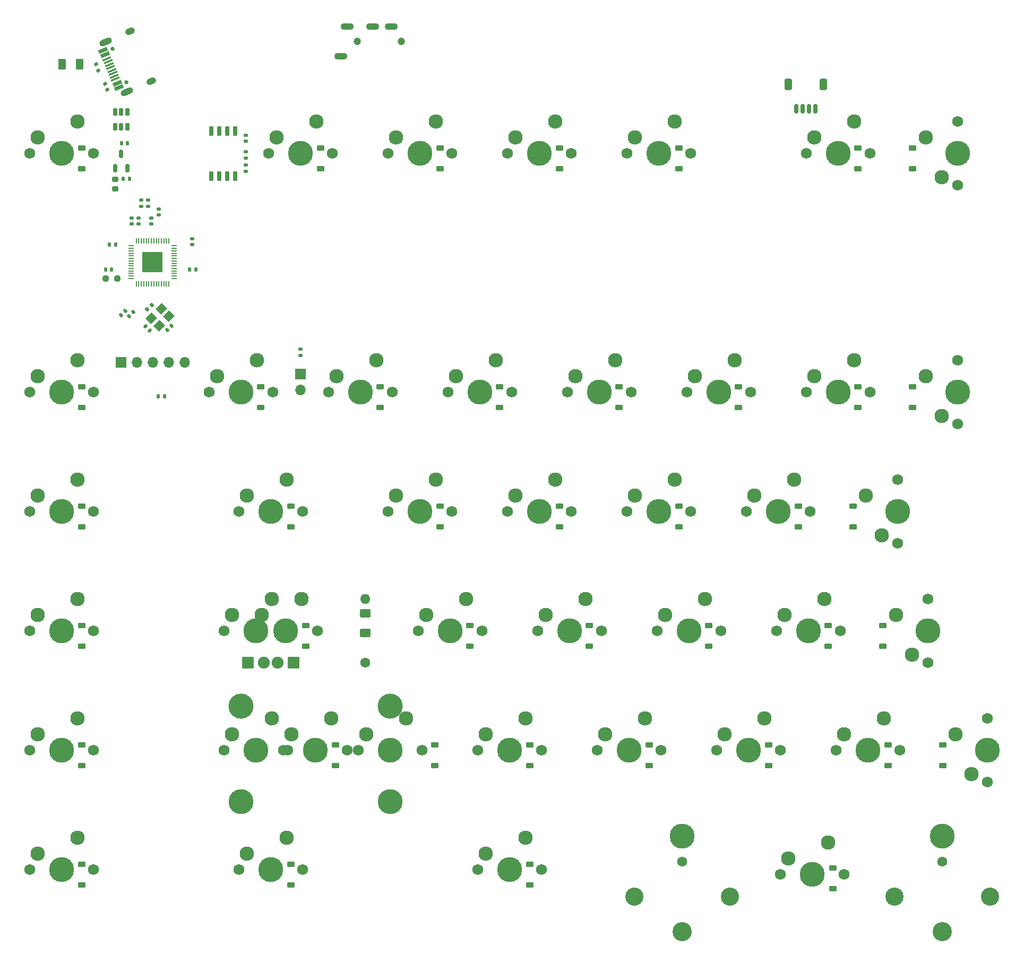
<source format=gbr>
%TF.GenerationSoftware,KiCad,Pcbnew,8.0.2*%
%TF.CreationDate,2024-11-08T18:32:23-08:00*%
%TF.ProjectId,gh80-5000-left,67683830-2d35-4303-9030-2d6c6566742e,rev?*%
%TF.SameCoordinates,Original*%
%TF.FileFunction,Soldermask,Bot*%
%TF.FilePolarity,Negative*%
%FSLAX46Y46*%
G04 Gerber Fmt 4.6, Leading zero omitted, Abs format (unit mm)*
G04 Created by KiCad (PCBNEW 8.0.2) date 2024-11-08 18:32:23*
%MOMM*%
%LPD*%
G01*
G04 APERTURE LIST*
G04 Aperture macros list*
%AMRoundRect*
0 Rectangle with rounded corners*
0 $1 Rounding radius*
0 $2 $3 $4 $5 $6 $7 $8 $9 X,Y pos of 4 corners*
0 Add a 4 corners polygon primitive as box body*
4,1,4,$2,$3,$4,$5,$6,$7,$8,$9,$2,$3,0*
0 Add four circle primitives for the rounded corners*
1,1,$1+$1,$2,$3*
1,1,$1+$1,$4,$5*
1,1,$1+$1,$6,$7*
1,1,$1+$1,$8,$9*
0 Add four rect primitives between the rounded corners*
20,1,$1+$1,$2,$3,$4,$5,0*
20,1,$1+$1,$4,$5,$6,$7,0*
20,1,$1+$1,$6,$7,$8,$9,0*
20,1,$1+$1,$8,$9,$2,$3,0*%
%AMHorizOval*
0 Thick line with rounded ends*
0 $1 width*
0 $2 $3 position (X,Y) of the first rounded end (center of the circle)*
0 $4 $5 position (X,Y) of the second rounded end (center of the circle)*
0 Add line between two ends*
20,1,$1,$2,$3,$4,$5,0*
0 Add two circle primitives to create the rounded ends*
1,1,$1,$2,$3*
1,1,$1,$4,$5*%
%AMRotRect*
0 Rectangle, with rotation*
0 The origin of the aperture is its center*
0 $1 length*
0 $2 width*
0 $3 Rotation angle, in degrees counterclockwise*
0 Add horizontal line*
21,1,$1,$2,0,0,$3*%
G04 Aperture macros list end*
%ADD10C,2.900000*%
%ADD11C,1.600000*%
%ADD12C,3.048000*%
%ADD13C,3.987800*%
%ADD14C,1.750000*%
%ADD15C,2.300000*%
%ADD16RoundRect,0.285750X0.666750X0.666750X-0.666750X0.666750X-0.666750X-0.666750X0.666750X-0.666750X0*%
%ADD17C,1.905000*%
%ADD18RoundRect,0.285750X-0.666750X-0.666750X0.666750X-0.666750X0.666750X0.666750X-0.666750X0.666750X0*%
%ADD19C,4.000000*%
%ADD20C,0.650000*%
%ADD21RotRect,0.600000X1.450000X293.000000*%
%ADD22RotRect,0.300000X1.450000X293.000000*%
%ADD23HorizOval,1.000000X-0.506278X-0.214902X0.506278X0.214902X0*%
%ADD24HorizOval,1.000000X-0.276151X-0.117219X0.276151X0.117219X0*%
%ADD25RoundRect,0.150000X-0.150000X-0.625000X0.150000X-0.625000X0.150000X0.625000X-0.150000X0.625000X0*%
%ADD26RoundRect,0.250000X-0.350000X-0.650000X0.350000X-0.650000X0.350000X0.650000X-0.350000X0.650000X0*%
%ADD27RoundRect,0.225000X0.375000X-0.225000X0.375000X0.225000X-0.375000X0.225000X-0.375000X-0.225000X0*%
%ADD28RoundRect,0.140000X0.170000X-0.140000X0.170000X0.140000X-0.170000X0.140000X-0.170000X-0.140000X0*%
%ADD29RoundRect,0.135000X0.223042X-0.051983X0.117545X0.196553X-0.223042X0.051983X-0.117545X-0.196553X0*%
%ADD30RoundRect,0.050000X0.387500X0.050000X-0.387500X0.050000X-0.387500X-0.050000X0.387500X-0.050000X0*%
%ADD31RoundRect,0.050000X0.050000X0.387500X-0.050000X0.387500X-0.050000X-0.387500X0.050000X-0.387500X0*%
%ADD32R,3.200000X3.200000*%
%ADD33RoundRect,0.140000X0.219203X0.021213X0.021213X0.219203X-0.219203X-0.021213X-0.021213X-0.219203X0*%
%ADD34O,1.600000X1.600000*%
%ADD35R,1.700000X1.700000*%
%ADD36O,1.700000X1.700000*%
%ADD37RoundRect,0.150000X0.150000X-0.650000X0.150000X0.650000X-0.150000X0.650000X-0.150000X-0.650000X0*%
%ADD38RoundRect,0.135000X0.185000X-0.135000X0.185000X0.135000X-0.185000X0.135000X-0.185000X-0.135000X0*%
%ADD39RoundRect,0.140000X0.021213X-0.219203X0.219203X-0.021213X-0.021213X0.219203X-0.219203X0.021213X0*%
%ADD40RoundRect,0.140000X-0.021213X0.219203X-0.219203X0.021213X0.021213X-0.219203X0.219203X-0.021213X0*%
%ADD41RoundRect,0.250000X0.625000X-0.400000X0.625000X0.400000X-0.625000X0.400000X-0.625000X-0.400000X0*%
%ADD42RoundRect,0.135000X-0.185000X0.135000X-0.185000X-0.135000X0.185000X-0.135000X0.185000X0.135000X0*%
%ADD43RoundRect,0.140000X-0.140000X-0.170000X0.140000X-0.170000X0.140000X0.170000X-0.140000X0.170000X0*%
%ADD44RoundRect,0.150000X-0.150000X0.475000X-0.150000X-0.475000X0.150000X-0.475000X0.150000X0.475000X0*%
%ADD45RoundRect,0.225000X-0.250000X0.225000X-0.250000X-0.225000X0.250000X-0.225000X0.250000X0.225000X0*%
%ADD46RoundRect,0.237500X0.250000X0.237500X-0.250000X0.237500X-0.250000X-0.237500X0.250000X-0.237500X0*%
%ADD47RoundRect,0.140000X0.140000X0.170000X-0.140000X0.170000X-0.140000X-0.170000X0.140000X-0.170000X0*%
%ADD48RoundRect,0.150000X0.150000X-0.512500X0.150000X0.512500X-0.150000X0.512500X-0.150000X-0.512500X0*%
%ADD49RoundRect,0.135000X-0.223042X0.051983X-0.117545X-0.196553X0.223042X-0.051983X0.117545X0.196553X0*%
%ADD50C,1.200000*%
%ADD51O,2.100000X1.100000*%
%ADD52RotRect,1.400000X1.200000X45.000000*%
%ADD53RoundRect,0.135000X-0.135000X-0.185000X0.135000X-0.185000X0.135000X0.185000X-0.135000X0.185000X0*%
%ADD54RoundRect,0.250000X0.375000X0.625000X-0.375000X0.625000X-0.375000X-0.625000X0.375000X-0.625000X0*%
%ADD55RoundRect,0.135000X0.035355X-0.226274X0.226274X-0.035355X-0.035355X0.226274X-0.226274X0.035355X0*%
G04 APERTURE END LIST*
D10*
%TO.C,S3*%
X179463750Y-191625000D03*
D11*
X187063750Y-186050000D03*
X187063750Y-197200000D03*
D10*
X194663750Y-191625000D03*
X220963750Y-191625000D03*
D11*
X228563750Y-186050000D03*
X228563750Y-197200000D03*
D10*
X236163750Y-191625000D03*
%TD*%
D12*
%TO.C,S2*%
X228563750Y-197210000D03*
D13*
X228563750Y-181970000D03*
D12*
X187063750Y-197210000D03*
D13*
X187063750Y-181970000D03*
%TD*%
D14*
%TO.C,MX40*%
X230981250Y-116205000D03*
D13*
X230981250Y-111125000D03*
D14*
X230981250Y-106045000D03*
D15*
X228441250Y-114935000D03*
X225901250Y-108585000D03*
%TD*%
D14*
%TO.C,MX36*%
X206851250Y-111125000D03*
D13*
X211931250Y-111125000D03*
D14*
X217011250Y-111125000D03*
D15*
X208121250Y-108585000D03*
X214471250Y-106045000D03*
%TD*%
D14*
%TO.C,MX19*%
X135413750Y-168275000D03*
D13*
X140493750Y-168275000D03*
D14*
X145573750Y-168275000D03*
D15*
X136683750Y-165735000D03*
X143033750Y-163195000D03*
%TD*%
D16*
%TO.C,LED2*%
X117792500Y-154304750D03*
D17*
X120332500Y-154304750D03*
%TD*%
D14*
%TO.C,MX24*%
X154463750Y-168275000D03*
D13*
X159543750Y-168275000D03*
D14*
X164623750Y-168275000D03*
D15*
X155733750Y-165735000D03*
X162083750Y-163195000D03*
%TD*%
D14*
%TO.C,MX4*%
X83026250Y-149225000D03*
D13*
X88106250Y-149225000D03*
D14*
X93186250Y-149225000D03*
D15*
X84296250Y-146685000D03*
X90646250Y-144145000D03*
%TD*%
D14*
%TO.C,MX15*%
X140176250Y-73025000D03*
D13*
X145256250Y-73025000D03*
D14*
X150336250Y-73025000D03*
D15*
X141446250Y-70485000D03*
X147796250Y-67945000D03*
%TD*%
D18*
%TO.C,LED1*%
X125095000Y-154304750D03*
D17*
X122555000Y-154304750D03*
%TD*%
D14*
%TO.C,MX20*%
X159226250Y-73025000D03*
D13*
X164306250Y-73025000D03*
D14*
X169386250Y-73025000D03*
D15*
X160496250Y-70485000D03*
X166846250Y-67945000D03*
%TD*%
D14*
%TO.C,MX12*%
X116363750Y-187325000D03*
D13*
X121443750Y-187325000D03*
D14*
X126523750Y-187325000D03*
D15*
X117633750Y-184785000D03*
X123983750Y-182245000D03*
%TD*%
D14*
%TO.C,MX42*%
X226218750Y-154305000D03*
D13*
X226218750Y-149225000D03*
D14*
X226218750Y-144145000D03*
D15*
X223678750Y-153035000D03*
X221138750Y-146685000D03*
%TD*%
D14*
%TO.C,MX29*%
X183038750Y-149225000D03*
D13*
X188118750Y-149225000D03*
D14*
X193198750Y-149225000D03*
D15*
X184308750Y-146685000D03*
X190658750Y-144145000D03*
%TD*%
D14*
%TO.C,MX35*%
X206851250Y-73025000D03*
D13*
X211931250Y-73025000D03*
D14*
X217011250Y-73025000D03*
D15*
X208121250Y-70485000D03*
X214471250Y-67945000D03*
%TD*%
D14*
%TO.C,MX22*%
X159226250Y-130175000D03*
D13*
X164306250Y-130175000D03*
D14*
X169386250Y-130175000D03*
D15*
X160496250Y-127635000D03*
X166846250Y-125095000D03*
%TD*%
D14*
%TO.C,MX1*%
X83026250Y-73025000D03*
D13*
X88106250Y-73025000D03*
D14*
X93186250Y-73025000D03*
D15*
X84296250Y-70485000D03*
X90646250Y-67945000D03*
%TD*%
D14*
%TO.C,MX5*%
X83026250Y-168275000D03*
D13*
X88106250Y-168275000D03*
D14*
X93186250Y-168275000D03*
D15*
X84296250Y-165735000D03*
X90646250Y-163195000D03*
%TD*%
D14*
%TO.C,MX9*%
X116363750Y-130175000D03*
D13*
X121443750Y-130175000D03*
D14*
X126523750Y-130175000D03*
D15*
X117633750Y-127635000D03*
X123983750Y-125095000D03*
%TD*%
D14*
%TO.C,MX10*%
X113982500Y-149225000D03*
D13*
X119062500Y-149225000D03*
D14*
X124142500Y-149225000D03*
D15*
X115252500Y-146685000D03*
X121602500Y-144145000D03*
%TD*%
D14*
%TO.C,MX38*%
X202733750Y-188125000D03*
D13*
X207813750Y-188125000D03*
D14*
X212893750Y-188125000D03*
D15*
X204003750Y-185585000D03*
X210353750Y-183045000D03*
%TD*%
D14*
%TO.C,MX27*%
X168751250Y-111125000D03*
D13*
X173831250Y-111125000D03*
D14*
X178911250Y-111125000D03*
D15*
X170021250Y-108585000D03*
X176371250Y-106045000D03*
%TD*%
D14*
%TO.C,MX18*%
X144938750Y-149225000D03*
D13*
X150018750Y-149225000D03*
D14*
X155098750Y-149225000D03*
D15*
X146208750Y-146685000D03*
X152558750Y-144145000D03*
%TD*%
D14*
%TO.C,MX3*%
X83026250Y-130175000D03*
D13*
X88106250Y-130175000D03*
D14*
X93186250Y-130175000D03*
D15*
X84296250Y-127635000D03*
X90646250Y-125095000D03*
%TD*%
D14*
%TO.C,MX25*%
X154463750Y-187325000D03*
D13*
X159543750Y-187325000D03*
D14*
X164623750Y-187325000D03*
D15*
X155733750Y-184785000D03*
X162083750Y-182245000D03*
%TD*%
D14*
%TO.C,MX2*%
X83026250Y-111125000D03*
D13*
X88106250Y-111125000D03*
D14*
X93186250Y-111125000D03*
D15*
X84296250Y-108585000D03*
X90646250Y-106045000D03*
%TD*%
D14*
%TO.C,MX28*%
X178276250Y-130175000D03*
D13*
X183356250Y-130175000D03*
D14*
X188436250Y-130175000D03*
D15*
X179546250Y-127635000D03*
X185896250Y-125095000D03*
%TD*%
D19*
%TO.C,S1*%
X116681250Y-161290000D03*
D13*
X116681250Y-176530000D03*
D19*
X140493750Y-161290000D03*
D13*
X140493750Y-176530000D03*
%TD*%
D14*
%TO.C,MX41*%
X221456250Y-135255000D03*
D13*
X221456250Y-130175000D03*
D14*
X221456250Y-125095000D03*
D15*
X218916250Y-133985000D03*
X216376250Y-127635000D03*
%TD*%
D14*
%TO.C,MX7*%
X121126250Y-73025000D03*
D13*
X126206250Y-73025000D03*
D14*
X131286250Y-73025000D03*
D15*
X122396250Y-70485000D03*
X128746250Y-67945000D03*
%TD*%
D14*
%TO.C,MX13*%
X118745000Y-149225000D03*
D13*
X123825000Y-149225000D03*
D14*
X128905000Y-149225000D03*
D15*
X120015000Y-146685000D03*
X126365000Y-144145000D03*
%TD*%
D14*
%TO.C,MX33*%
X202088750Y-149225000D03*
D13*
X207168750Y-149225000D03*
D14*
X212248750Y-149225000D03*
D15*
X203358750Y-146685000D03*
X209708750Y-144145000D03*
%TD*%
D14*
%TO.C,MX32*%
X197326250Y-130175000D03*
D13*
X202406250Y-130175000D03*
D14*
X207486250Y-130175000D03*
D15*
X198596250Y-127635000D03*
X204946250Y-125095000D03*
%TD*%
D14*
%TO.C,MX16*%
X130651250Y-111125000D03*
D13*
X135731250Y-111125000D03*
D14*
X140811250Y-111125000D03*
D15*
X131921250Y-108585000D03*
X138271250Y-106045000D03*
%TD*%
D14*
%TO.C,MX6*%
X83026250Y-187325000D03*
D13*
X88106250Y-187325000D03*
D14*
X93186250Y-187325000D03*
D15*
X84296250Y-184785000D03*
X90646250Y-182245000D03*
%TD*%
D14*
%TO.C,MX43*%
X235743750Y-173355000D03*
D13*
X235743750Y-168275000D03*
D14*
X235743750Y-163195000D03*
D15*
X233203750Y-172085000D03*
X230663750Y-165735000D03*
%TD*%
D14*
%TO.C,MX34*%
X192563750Y-168275000D03*
D13*
X197643750Y-168275000D03*
D14*
X202723750Y-168275000D03*
D15*
X193833750Y-165735000D03*
X200183750Y-163195000D03*
%TD*%
D14*
%TO.C,MX11*%
X113982500Y-168275000D03*
D13*
X119062500Y-168275000D03*
D14*
X124142500Y-168275000D03*
D15*
X115252500Y-165735000D03*
X121602500Y-163195000D03*
%TD*%
D14*
%TO.C,MX14*%
X123507500Y-168275000D03*
D13*
X128587500Y-168275000D03*
D14*
X133667500Y-168275000D03*
D15*
X124777500Y-165735000D03*
X131127500Y-163195000D03*
%TD*%
D14*
%TO.C,MX39*%
X230981250Y-78105000D03*
D13*
X230981250Y-73025000D03*
D14*
X230981250Y-67945000D03*
D15*
X228441250Y-76835000D03*
X225901250Y-70485000D03*
%TD*%
D14*
%TO.C,MX37*%
X211613750Y-168275000D03*
D13*
X216693750Y-168275000D03*
D14*
X221773750Y-168275000D03*
D15*
X212883750Y-165735000D03*
X219233750Y-163195000D03*
%TD*%
D14*
%TO.C,MX17*%
X140176250Y-130175000D03*
D13*
X145256250Y-130175000D03*
D14*
X150336250Y-130175000D03*
D15*
X141446250Y-127635000D03*
X147796250Y-125095000D03*
%TD*%
D14*
%TO.C,MX31*%
X187801250Y-111125000D03*
D13*
X192881250Y-111125000D03*
D14*
X197961250Y-111125000D03*
D15*
X189071250Y-108585000D03*
X195421250Y-106045000D03*
%TD*%
D14*
%TO.C,MX30*%
X173513750Y-168275000D03*
D13*
X178593750Y-168275000D03*
D14*
X183673750Y-168275000D03*
D15*
X174783750Y-165735000D03*
X181133750Y-163195000D03*
%TD*%
D14*
%TO.C,MX23*%
X163988750Y-149225000D03*
D13*
X169068750Y-149225000D03*
D14*
X174148750Y-149225000D03*
D15*
X165258750Y-146685000D03*
X171608750Y-144145000D03*
%TD*%
D14*
%TO.C,MX8*%
X111601250Y-111125000D03*
D13*
X116681250Y-111125000D03*
D14*
X121761250Y-111125000D03*
D15*
X112871250Y-108585000D03*
X119221250Y-106045000D03*
%TD*%
D14*
%TO.C,MX26*%
X178276250Y-73025000D03*
D13*
X183356250Y-73025000D03*
D14*
X188436250Y-73025000D03*
D15*
X179546250Y-70485000D03*
X185896250Y-67945000D03*
%TD*%
D14*
%TO.C,MX21*%
X149701250Y-111125000D03*
D13*
X154781250Y-111125000D03*
D14*
X159861250Y-111125000D03*
D15*
X150971250Y-108585000D03*
X157321250Y-106045000D03*
%TD*%
D20*
%TO.C,J2*%
X96192957Y-56336833D03*
X98451383Y-61657351D03*
D21*
X94722165Y-56570058D03*
X95034750Y-57306462D03*
D22*
X95503627Y-58411067D03*
X95894358Y-59331572D03*
X96089724Y-59791825D03*
X96480455Y-60712329D03*
D21*
X96949332Y-61816935D03*
X97261917Y-62553339D03*
X97261917Y-62553339D03*
X96949332Y-61816935D03*
D22*
X96675820Y-61172582D03*
X96285089Y-60252077D03*
X95698993Y-58871320D03*
X95308261Y-57950815D03*
D21*
X95034750Y-57306462D03*
X94722165Y-56570058D03*
D23*
X95146344Y-55227598D03*
D24*
X98994055Y-53594342D03*
X102369972Y-61547504D03*
D23*
X98522261Y-63180760D03*
%TD*%
D25*
%TO.C,J4*%
X205300000Y-65875000D03*
X206300000Y-65875000D03*
X207300000Y-65875000D03*
X208300000Y-65875000D03*
D26*
X204000000Y-62000000D03*
X209600000Y-62000000D03*
%TD*%
D27*
%TO.C,D12*%
X124618750Y-189768750D03*
X124618750Y-186468750D03*
%TD*%
D28*
%TO.C,C12*%
X102400000Y-84280000D03*
X102400000Y-83320000D03*
%TD*%
D29*
%TO.C,R9*%
X95399273Y-62869457D03*
X95000727Y-61930543D03*
%TD*%
D30*
%TO.C,U1*%
X106037500Y-87800000D03*
X106037500Y-88200000D03*
X106037500Y-88600000D03*
X106037500Y-89000000D03*
X106037500Y-89400000D03*
X106037500Y-89800000D03*
X106037500Y-90200000D03*
X106037500Y-90600000D03*
X106037500Y-91000000D03*
X106037500Y-91400000D03*
X106037500Y-91800000D03*
X106037500Y-92200000D03*
X106037500Y-92600000D03*
X106037500Y-93000000D03*
D31*
X105200000Y-93837500D03*
X104800000Y-93837500D03*
X104400000Y-93837500D03*
X104000000Y-93837500D03*
X103600000Y-93837500D03*
X103200000Y-93837500D03*
X102800000Y-93837500D03*
X102400000Y-93837500D03*
X102000000Y-93837500D03*
X101600000Y-93837500D03*
X101200000Y-93837500D03*
X100800000Y-93837500D03*
X100400000Y-93837500D03*
X100000000Y-93837500D03*
D30*
X99162500Y-93000000D03*
X99162500Y-92600000D03*
X99162500Y-92200000D03*
X99162500Y-91800000D03*
X99162500Y-91400000D03*
X99162500Y-91000000D03*
X99162500Y-90600000D03*
X99162500Y-90200000D03*
X99162500Y-89800000D03*
X99162500Y-89400000D03*
X99162500Y-89000000D03*
X99162500Y-88600000D03*
X99162500Y-88200000D03*
X99162500Y-87800000D03*
D31*
X100000000Y-86962500D03*
X100400000Y-86962500D03*
X100800000Y-86962500D03*
X101200000Y-86962500D03*
X101600000Y-86962500D03*
X102000000Y-86962500D03*
X102400000Y-86962500D03*
X102800000Y-86962500D03*
X103200000Y-86962500D03*
X103600000Y-86962500D03*
X104000000Y-86962500D03*
X104400000Y-86962500D03*
X104800000Y-86962500D03*
X105200000Y-86962500D03*
D32*
X102600000Y-90400000D03*
%TD*%
D33*
%TO.C,C15*%
X102139411Y-101339411D03*
X101460589Y-100660589D03*
%TD*%
D11*
%TO.C,R11*%
X136525000Y-154305000D03*
D34*
X136525000Y-144145000D03*
%TD*%
D27*
%TO.C,D19*%
X157956250Y-113568750D03*
X157956250Y-110268750D03*
%TD*%
%TO.C,D8*%
X119856250Y-113568750D03*
X119856250Y-110268750D03*
%TD*%
%TO.C,D17*%
X147637500Y-170718750D03*
X147637500Y-167418750D03*
%TD*%
D35*
%TO.C,J1*%
X97525000Y-106400000D03*
D36*
X100065000Y-106400000D03*
X102605000Y-106400000D03*
X105145000Y-106400000D03*
X107685000Y-106400000D03*
%TD*%
D27*
%TO.C,D25*%
X177006250Y-113568750D03*
X177006250Y-110268750D03*
%TD*%
%TO.C,D37*%
X223837500Y-75468750D03*
X223837500Y-72168750D03*
%TD*%
%TO.C,D29*%
X196056250Y-113568750D03*
X196056250Y-110268750D03*
%TD*%
%TO.C,D16*%
X153193750Y-151668750D03*
X153193750Y-148368750D03*
%TD*%
D37*
%TO.C,U2*%
X115805000Y-76700000D03*
X114535000Y-76700000D03*
X113265000Y-76700000D03*
X111995000Y-76700000D03*
X111995000Y-69500000D03*
X113265000Y-69500000D03*
X114535000Y-69500000D03*
X115805000Y-69500000D03*
%TD*%
D38*
%TO.C,R6*%
X117475000Y-75916250D03*
X117475000Y-74896250D03*
%TD*%
D39*
%TO.C,C14*%
X104960589Y-101239411D03*
X105639411Y-100560589D03*
%TD*%
D27*
%TO.C,D26*%
X186531250Y-132618750D03*
X186531250Y-129318750D03*
%TD*%
%TO.C,D23*%
X162718750Y-189768750D03*
X162718750Y-186468750D03*
%TD*%
D28*
%TO.C,C8*%
X117500000Y-71080000D03*
X117500000Y-70120000D03*
%TD*%
D27*
%TO.C,D24*%
X186531250Y-75468750D03*
X186531250Y-72168750D03*
%TD*%
%TO.C,D35*%
X219868750Y-170718750D03*
X219868750Y-167418750D03*
%TD*%
D40*
%TO.C,C10*%
X99539411Y-98360589D03*
X98860589Y-99039411D03*
%TD*%
D27*
%TO.C,D41*%
X228600000Y-170718750D03*
X228600000Y-167418750D03*
%TD*%
%TO.C,D20*%
X167481250Y-132618750D03*
X167481250Y-129318750D03*
%TD*%
%TO.C,D27*%
X191293750Y-151668750D03*
X191293750Y-148368750D03*
%TD*%
D28*
%TO.C,C5*%
X99300000Y-84280000D03*
X99300000Y-83320000D03*
%TD*%
D38*
%TO.C,R4*%
X126206250Y-105285000D03*
X126206250Y-104265000D03*
%TD*%
D41*
%TO.C,R12*%
X136525000Y-149550000D03*
X136525000Y-146450000D03*
%TD*%
D38*
%TO.C,R3*%
X100800000Y-81510000D03*
X100800000Y-80490000D03*
%TD*%
D40*
%TO.C,C3*%
X98239411Y-98160589D03*
X97560589Y-98839411D03*
%TD*%
D27*
%TO.C,D9*%
X124618750Y-132618750D03*
X124618750Y-129318750D03*
%TD*%
%TO.C,D1*%
X91281250Y-75468750D03*
X91281250Y-72168750D03*
%TD*%
%TO.C,D21*%
X172243750Y-151668750D03*
X172243750Y-148368750D03*
%TD*%
D42*
%TO.C,R2*%
X101900000Y-80490000D03*
X101900000Y-81510000D03*
%TD*%
D27*
%TO.C,D15*%
X148431250Y-132618750D03*
X148431250Y-129318750D03*
%TD*%
D43*
%TO.C,C13*%
X108520000Y-91610000D03*
X109480000Y-91610000D03*
%TD*%
D27*
%TO.C,D33*%
X215106250Y-75468750D03*
X215106250Y-72168750D03*
%TD*%
%TO.C,D31*%
X210343750Y-151668750D03*
X210343750Y-148368750D03*
%TD*%
%TO.C,D11*%
X131762500Y-170718750D03*
X131762500Y-167418750D03*
%TD*%
D28*
%TO.C,C1*%
X100400000Y-84280000D03*
X100400000Y-83320000D03*
%TD*%
D44*
%TO.C,U4*%
X96650000Y-66425000D03*
X97600000Y-66425000D03*
X98550000Y-66425000D03*
X98550000Y-68775000D03*
X97600000Y-68775000D03*
X96650000Y-68775000D03*
%TD*%
D27*
%TO.C,D7*%
X129381250Y-75468750D03*
X129381250Y-72168750D03*
%TD*%
D45*
%TO.C,C4*%
X96650000Y-77175000D03*
X96650000Y-78725000D03*
%TD*%
D27*
%TO.C,D30*%
X205581250Y-132618750D03*
X205581250Y-129318750D03*
%TD*%
%TO.C,D39*%
X214312500Y-132618750D03*
X214312500Y-129318750D03*
%TD*%
D46*
%TO.C,R8*%
X96956250Y-93000000D03*
X95131250Y-93000000D03*
%TD*%
D47*
%TO.C,C7*%
X96080000Y-91610000D03*
X95120000Y-91610000D03*
%TD*%
D28*
%TO.C,C16*%
X108874174Y-87605793D03*
X108874174Y-86645793D03*
%TD*%
D48*
%TO.C,U3*%
X98550000Y-75387500D03*
X96650000Y-75387500D03*
X97600000Y-73112500D03*
%TD*%
D49*
%TO.C,R10*%
X93563377Y-58843566D03*
X93961923Y-59782480D03*
%TD*%
D50*
%TO.C,J3*%
X142256650Y-55155000D03*
X135256750Y-55155000D03*
D51*
X137656750Y-52755000D03*
X140656750Y-52755000D03*
X132656750Y-57555000D03*
X133656750Y-52755000D03*
%TD*%
D27*
%TO.C,D14*%
X138906250Y-113568750D03*
X138906250Y-110268750D03*
%TD*%
%TO.C,D34*%
X215106250Y-113568750D03*
X215106250Y-110268750D03*
%TD*%
D52*
%TO.C,Y1*%
X102421142Y-99376777D03*
X103976777Y-97821142D03*
X105178858Y-99023223D03*
X103623223Y-100578858D03*
%TD*%
D27*
%TO.C,D10*%
X127000000Y-151668750D03*
X127000000Y-148368750D03*
%TD*%
%TO.C,D36*%
X211137500Y-190362500D03*
X211137500Y-187062500D03*
%TD*%
D53*
%TO.C,R1*%
X103490000Y-111800000D03*
X104510000Y-111800000D03*
%TD*%
D27*
%TO.C,D6*%
X91281250Y-189768750D03*
X91281250Y-186468750D03*
%TD*%
%TO.C,D2*%
X91281250Y-113568750D03*
X91281250Y-110268750D03*
%TD*%
D54*
%TO.C,F1*%
X91000000Y-58800000D03*
X88200000Y-58800000D03*
%TD*%
D27*
%TO.C,D32*%
X200818750Y-170718750D03*
X200818750Y-167418750D03*
%TD*%
D43*
%TO.C,C11*%
X97920000Y-77100000D03*
X98880000Y-77100000D03*
%TD*%
%TO.C,C6*%
X97620000Y-71400000D03*
X98580000Y-71400000D03*
%TD*%
D27*
%TO.C,D38*%
X223837500Y-113568750D03*
X223837500Y-110268750D03*
%TD*%
D28*
%TO.C,C2*%
X103600000Y-82880000D03*
X103600000Y-81920000D03*
%TD*%
D27*
%TO.C,D28*%
X181768750Y-170718750D03*
X181768750Y-167418750D03*
%TD*%
%TO.C,D22*%
X162718750Y-170718750D03*
X162718750Y-167418750D03*
%TD*%
%TO.C,D3*%
X91281250Y-132618750D03*
X91281250Y-129318750D03*
%TD*%
%TO.C,D13*%
X148431250Y-75468750D03*
X148431250Y-72168750D03*
%TD*%
%TO.C,D5*%
X91281250Y-170718750D03*
X91281250Y-167418750D03*
%TD*%
%TO.C,D40*%
X219075000Y-151668750D03*
X219075000Y-148368750D03*
%TD*%
%TO.C,D4*%
X91281250Y-151668750D03*
X91281250Y-148368750D03*
%TD*%
D55*
%TO.C,R7*%
X101739376Y-97960624D03*
X102460624Y-97239376D03*
%TD*%
D38*
%TO.C,R5*%
X117475000Y-73810000D03*
X117475000Y-72790000D03*
%TD*%
D35*
%TO.C,BOOT1*%
X126206250Y-108262500D03*
D36*
X126206250Y-110802500D03*
%TD*%
D27*
%TO.C,D18*%
X167481250Y-75468750D03*
X167481250Y-72168750D03*
%TD*%
D47*
%TO.C,C9*%
X96680000Y-87590000D03*
X95720000Y-87590000D03*
%TD*%
M02*

</source>
